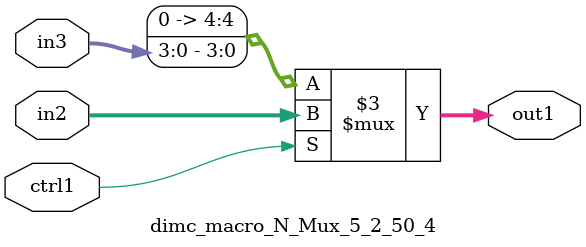
<source format=v>

`timescale 1ps / 1ps


module dimc_macro_N_Mux_5_2_50_4( in3, in2, ctrl1, out1 );

    input [3:0] in3;
    input [4:0] in2;
    input ctrl1;
    output [4:0] out1;
    reg [4:0] out1;

    
    // rtl_process:dimc_macro_N_Mux_5_2_50_4/dimc_macro_N_Mux_5_2_50_4_thread_1
    always @*
      begin : dimc_macro_N_Mux_5_2_50_4_thread_1
        case (ctrl1) 
          1'b1: 
            begin
              out1 = in2;
            end
          default: 
            begin
              out1 = {1'b0, in3};
            end
        endcase
      end

endmodule





</source>
